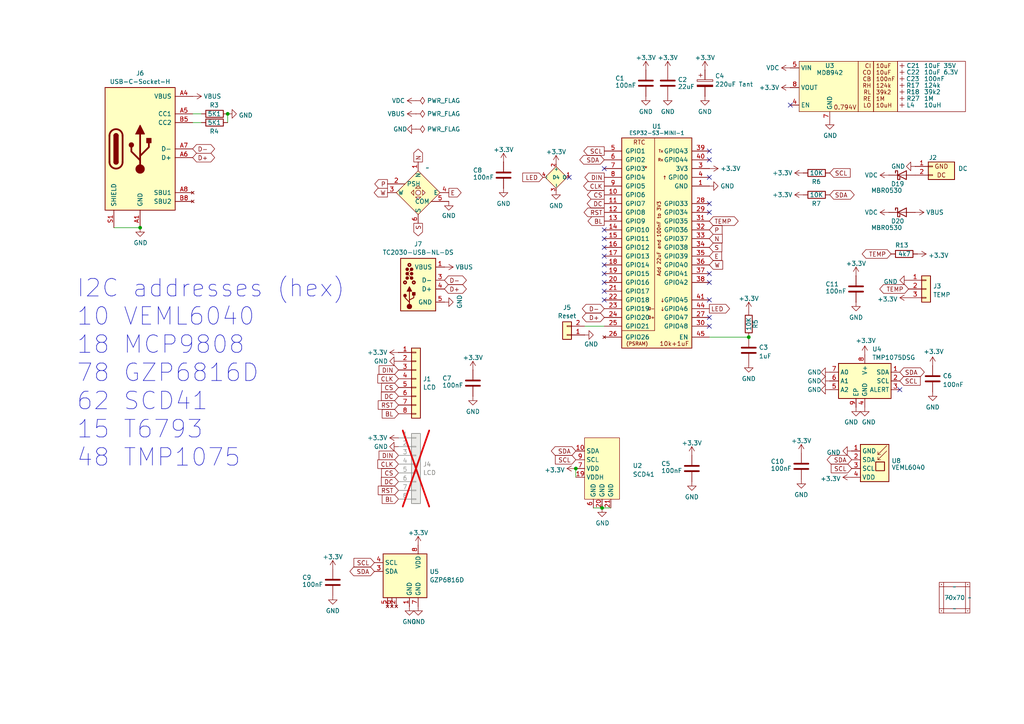
<source format=kicad_sch>
(kicad_sch (version 20250114) (generator "eeschema") (generator_version "9.0")
  (paper "A4")
  (title_block (title "2\" LCD") (company "Adrian Kennard / Andrews & Arnold Ltd") (comment 1 "@TheRealRevK") (comment 2 "www.me.uk"))
  (text "I2C addresses (hex)\n10 VEML6040\n18 MCP9808\n78 GZP6816D\n62 SCD41\n15 T6793\n48 TMP1075\n" (at 22.098 80.772 0) (effects (font (size 5.08 5.08)) (justify left top)))
  (junction (at 167.005 135.89))
  (junction (at 40.64 66.04))
  (junction (at 174.625 147.32))
  (junction (at 66.04 33.02))
  (junction (at 217.17 97.79))
  (no_connect (at 205.74 94.615))
  (no_connect (at 205.74 86.995))
  (no_connect (at 175.26 81.915))
  (no_connect (at 175.26 79.375))
  (no_connect (at 175.26 71.755))
  (no_connect (at 175.26 86.995))
  (no_connect (at 165.1 51.435))
  (no_connect (at 175.26 69.215))
  (no_connect (at 205.74 43.815))
  (no_connect (at 205.74 46.355))
  (no_connect (at 175.26 76.835))
  (no_connect (at 205.74 51.435))
  (no_connect (at 175.26 48.895))
  (no_connect (at 260.985 113.03))
  (no_connect (at 205.74 81.915))
  (no_connect (at 205.74 59.055))
  (no_connect (at 175.26 66.675))
  (no_connect (at 205.74 79.375))
  (no_connect (at 175.26 84.455))
  (no_connect (at 205.74 92.075))
  (no_connect (at 205.74 61.595))
  (no_connect (at 175.26 74.295))
  (no_connect (at 229.235 30.48))
  (wire (pts (xy 55.88 33.02) (xy 58.42 33.02)))
  (wire (pts (xy 66.04 33.02) (xy 66.04 35.56)))
  (wire (pts (xy 205.74 97.79) (xy 217.17 97.79)))
  (wire (pts (xy 169.545 94.615) (xy 175.26 94.615)))
  (wire (pts (xy 33.02 66.04) (xy 40.64 66.04)))
  (wire (pts (xy 167.005 135.89) (xy 167.005 138.43)))
  (wire (pts (xy 55.88 35.56) (xy 58.42 35.56)))
  (wire (pts (xy 174.625 147.32) (xy 177.165 147.32)))
  (wire (pts (xy 172.085 147.32) (xy 174.625 147.32)))
  (global_label "P" (shape output) (at 112.395 53.34 180) (property "Intersheetrefs" "${INTERSHEET_REFS}" (effects (hide yes))))
  (global_label "TEMP" (shape bidirectional) (at 263.525 83.82 180) (property "Intersheetrefs" "${INTERSHEET_REFS}" (effects (hide yes))))
  (global_label "RST" (shape output) (at 175.26 61.595 180) (property "Intersheetrefs" "${INTERSHEET_REFS}" (effects (hide yes))))
  (global_label "SCL" (shape output) (at 175.26 43.815 180) (property "Intersheetrefs" "${INTERSHEET_REFS}" (effects (hide yes))))
  (global_label "SCL" (shape input) (at 108.585 163.195 180) (property "Intersheetrefs" "${INTERSHEET_REFS}" (effects (hide yes))))
  (global_label "BL" (shape output) (at 175.26 64.135 180) (property "Intersheetrefs" "${INTERSHEET_REFS}" (effects (hide yes))))
  (global_label "BL" (shape input) (at 115.57 120.015 180) (property "Intersheetrefs" "${INTERSHEET_REFS}" (effects (hide yes))))
  (global_label "TEMP" (shape bidirectional) (at 205.74 64.135 0) (property "Intersheetrefs" "${INTERSHEET_REFS}" (effects (hide yes))))
  (global_label "DIN" (shape output) (at 175.26 51.435 180) (property "Intersheetrefs" "${INTERSHEET_REFS}" (effects (hide yes))))
  (global_label "CS" (shape input) (at 115.57 112.395 180) (property "Intersheetrefs" "${INTERSHEET_REFS}" (effects (hide yes))))
  (global_label "LED" (shape output) (at 205.74 89.535 0) (property "Intersheetrefs" "${INTERSHEET_REFS}" (effects (hide yes))))
  (global_label "D-" (shape bidirectional) (at 55.88 43.18 0) (property "Intersheetrefs" "${INTERSHEET_REFS}" (effects (hide yes))))
  (global_label "E" (shape input) (at 205.74 74.295 0) (property "Intersheetrefs" "${INTERSHEET_REFS}" (effects (hide yes))))
  (global_label "E" (shape output) (at 130.175 55.88 0) (property "Intersheetrefs" "${INTERSHEET_REFS}" (effects (hide yes))))
  (global_label "D+" (shape bidirectional) (at 175.26 92.075 180) (property "Intersheetrefs" "${INTERSHEET_REFS}" (effects (hide yes))))
  (global_label "D+" (shape bidirectional) (at 128.905 83.82 0) (property "Intersheetrefs" "${INTERSHEET_REFS}" (effects (hide yes))))
  (global_label "S" (shape input) (at 205.74 71.755 0) (property "Intersheetrefs" "${INTERSHEET_REFS}" (effects (hide yes))))
  (global_label "DC" (shape output) (at 175.26 59.055 180) (property "Intersheetrefs" "${INTERSHEET_REFS}" (effects (hide yes))))
  (global_label "CS" (shape input) (at 115.57 137.16 180) (property "Intersheetrefs" "${INTERSHEET_REFS}" (effects (hide yes))))
  (global_label "SDA" (shape bidirectional) (at 247.015 133.35 180) (property "Intersheetrefs" "${INTERSHEET_REFS}" (effects (hide yes))))
  (global_label "SDA" (shape bidirectional) (at 240.665 56.515 0) (property "Intersheetrefs" "${INTERSHEET_REFS}" (effects (hide yes))))
  (global_label "N" (shape output) (at 121.285 46.99 90) (property "Intersheetrefs" "${INTERSHEET_REFS}" (effects (hide yes))))
  (global_label "LED" (shape input) (at 157.48 51.435 180) (property "Intersheetrefs" "${INTERSHEET_REFS}" (effects (hide yes))))
  (global_label "SCL" (shape input) (at 260.985 110.49 0) (property "Intersheetrefs" "${INTERSHEET_REFS}" (effects (hide yes))))
  (global_label "DIN" (shape input) (at 115.57 107.315 180) (property "Intersheetrefs" "${INTERSHEET_REFS}" (effects (hide yes))))
  (global_label "P" (shape input) (at 205.74 66.675 0) (property "Intersheetrefs" "${INTERSHEET_REFS}" (effects (hide yes))))
  (global_label "W" (shape output) (at 112.395 55.88 180) (property "Intersheetrefs" "${INTERSHEET_REFS}" (effects (hide yes))))
  (global_label "SDA" (shape bidirectional) (at 260.985 107.95 0) (property "Intersheetrefs" "${INTERSHEET_REFS}" (effects (hide yes))))
  (global_label "SCL" (shape input) (at 240.665 50.165 0) (property "Intersheetrefs" "${INTERSHEET_REFS}" (effects (hide yes))))
  (global_label "DC" (shape input) (at 115.57 114.935 180) (property "Intersheetrefs" "${INTERSHEET_REFS}" (effects (hide yes))))
  (global_label "S" (shape output) (at 121.285 64.77 270) (property "Intersheetrefs" "${INTERSHEET_REFS}" (effects (hide yes))))
  (global_label "RST" (shape input) (at 115.57 142.24 180) (property "Intersheetrefs" "${INTERSHEET_REFS}" (effects (hide yes))))
  (global_label "SCL" (shape input) (at 167.005 133.35 180) (property "Intersheetrefs" "${INTERSHEET_REFS}" (effects (hide yes))))
  (global_label "SCL" (shape input) (at 247.015 135.89 180) (property "Intersheetrefs" "${INTERSHEET_REFS}" (effects (hide yes))))
  (global_label "CLK" (shape input) (at 115.57 134.62 180) (property "Intersheetrefs" "${INTERSHEET_REFS}" (effects (hide yes))))
  (global_label "W" (shape input) (at 205.74 76.835 0) (property "Intersheetrefs" "${INTERSHEET_REFS}" (effects (hide yes))))
  (global_label "RST" (shape input) (at 115.57 117.475 180) (property "Intersheetrefs" "${INTERSHEET_REFS}" (effects (hide yes))))
  (global_label "DC" (shape input) (at 115.57 139.7 180) (property "Intersheetrefs" "${INTERSHEET_REFS}" (effects (hide yes))))
  (global_label "SDA" (shape bidirectional) (at 108.585 165.735 180) (property "Intersheetrefs" "${INTERSHEET_REFS}" (effects (hide yes))))
  (global_label "N" (shape input) (at 205.74 69.215 0) (property "Intersheetrefs" "${INTERSHEET_REFS}" (effects (hide yes))))
  (global_label "D-" (shape bidirectional) (at 128.905 81.28 0) (property "Intersheetrefs" "${INTERSHEET_REFS}" (effects (hide yes))))
  (global_label "D-" (shape bidirectional) (at 175.26 89.535 180) (property "Intersheetrefs" "${INTERSHEET_REFS}" (effects (hide yes))))
  (global_label "TEMP" (shape bidirectional) (at 258.445 73.66 180) (property "Intersheetrefs" "${INTERSHEET_REFS}" (effects (hide yes))))
  (global_label "CS" (shape output) (at 175.26 56.515 180) (property "Intersheetrefs" "${INTERSHEET_REFS}" (effects (hide yes))))
  (global_label "BL" (shape input) (at 115.57 144.78 180) (property "Intersheetrefs" "${INTERSHEET_REFS}" (effects (hide yes))))
  (global_label "SDA" (shape bidirectional) (at 175.26 46.355 180) (property "Intersheetrefs" "${INTERSHEET_REFS}" (effects (hide yes))))
  (global_label "DIN" (shape input) (at 115.57 132.08 180) (property "Intersheetrefs" "${INTERSHEET_REFS}" (effects (hide yes))))
  (global_label "CLK" (shape output) (at 175.26 53.975 180) (property "Intersheetrefs" "${INTERSHEET_REFS}" (effects (hide yes))))
  (global_label "SDA" (shape bidirectional) (at 167.005 130.81 180) (property "Intersheetrefs" "${INTERSHEET_REFS}" (effects (hide yes))))
  (global_label "D+" (shape bidirectional) (at 55.88 45.72 0) (property "Intersheetrefs" "${INTERSHEET_REFS}" (effects (hide yes))))
  (global_label "CLK" (shape input) (at 115.57 109.855 180) (property "Intersheetrefs" "${INTERSHEET_REFS}" (effects (hide yes))))
  (symbol (lib_id "power:GND") (at 40.64 66.04 0) (unit 1)
    (property "Reference" "#PWR03" (effects (hide yes)))
    (property "Value" "GND" (at 40.767 70.4342 0))
    (property "Description" "Power symbol creates a global label with name \"GND\" , ground" (effects (hide yes)))
  )
  (symbol (lib_id "power:GND") (at 174.625 147.32 0) (unit 1)
    (property "Reference" "#PWR07" (effects (hide yes)))
    (property "Value" "GND" (at 174.752 151.7142 0))
    (property "Description" "Power symbol creates a global label with name \"GND\" , ground" (effects (hide yes)))
  )
  (symbol (lib_id "Device:R") (at 62.23 35.56 90) (unit 1)
    (property "Reference" "R4" (at 63.5 38.1 90) (effects (justify left)))
    (property "Value" "5K1" (at 64.135 35.56 90) (effects (justify left)))
    (property "Footprint" "RevK:R_0402" (effects (hide yes)))
    (property "Description" "Resistor" (effects (hide yes)))
  )
  (symbol (lib_id "Device:R") (at 62.23 33.02 90) (unit 1)
    (property "Reference" "R3" (at 63.5 30.48 90) (effects (justify left)))
    (property "Value" "5K1" (at 64.135 33.02 90) (effects (justify left)))
    (property "Footprint" "RevK:R_0402" (effects (hide yes)))
    (property "Description" "Resistor" (effects (hide yes)))
  )
  (symbol (lib_id "power:+3.3V") (at 161.29 47.625 0) (unit 1)
    (property "Reference" "#PWR018" (effects (hide yes)))
    (property "Value" "+3.3V" (at 161.29 44.0492 0))
    (property "Description" "Power symbol creates a global label with name \"+3.3V\"" (effects (hide yes)))
  )
  (symbol (lib_id "power:+3.3V") (at 204.47 20.32 0) (unit 1)
    (property "Reference" "#PWR025" (effects (hide yes)))
    (property "Value" "+3.3V" (at 204.47 16.7442 0))
    (property "Description" "Power symbol creates a global label with name \"+3.3V\"" (effects (hide yes)))
  )
  (symbol (lib_id "RevK:MD89420-RegBlock") (at 240.665 25.4 0) (unit 1)
    (property "Reference" "U3" (at 240.665 19.05 0))
    (property "Value" "MD8942" (at 240.665 21.098 0))
    (property "Footprint" "RevK:SOT-23-6-MD8942" (effects (hide yes)))
    (property "Datasheet" "https://datasheet.lcsc.com/lcsc/2101111937_Shanghai-Mingda-Microelectronics-MD8942_C2684786.pdf" (effects (hide yes)))
    (property "Description" "Regulator and associated components." (effects (hide yes)))
    (property "MPN" "C2684786" (effects (hide yes)))
  )
  (symbol (lib_id "Device:C") (at 193.675 24.13 0) (unit 1)
    (property "Reference" "C2" (at 196.596 23.106 0) (effects (justify left)))
    (property "Value" "22uF" (at 196.596 25.154 0) (effects (justify left)))
    (property "Footprint" "RevK:C_0402" (effects (hide yes)))
    (property "Description" "Unpolarized capacitor" (effects (hide yes)))
  )
  (symbol (lib_id "RevK:PowerIn") (at 270.51 48.26 0) (unit 1)
    (property "Reference" "J2" (at 271.78 45.72 0) (effects (justify right)))
    (property "Value" "DC" (at 280.67 48.895 0) (effects (justify right)))
    (property "Footprint" "RevK:WAGO-2060-452-998-404" (effects (hide yes)))
    (property "MPN" "C2765055" (effects (hide yes)))
  )
  (symbol (lib_id "power:+3.3V") (at 247.015 138.43 90) (unit 1)
    (property "Reference" "#PWR0104" (effects (hide yes)))
    (property "Value" "+3.3V" (at 243.84 138.8638 90) (effects (justify left)))
    (property "Description" "Power symbol creates a global label with name \"+3.3V\"" (effects (hide yes)))
  )
  (symbol (lib_id "RevK:VCUT") (at 273.685 173.355 90) (unit 1) (exclude_from_sim yes) (in_bom no)
    (property "Reference" "V3" (effects (hide yes)))
    (property "Value" "~" (at 274.32 173.355 90) (effects (justify right)))
    (property "Footprint" "RevK:VCUT70" (effects (hide yes)))
  )
  (symbol (lib_id "power:+3.3V") (at 233.045 56.515 90) (unit 1)
    (property "Reference" "#PWR037" (effects (hide yes)))
    (property "Value" "+3.3V" (at 229.87 56.515 90) (effects (justify left)))
    (property "Description" "Power symbol creates a global label with name \"+3.3V\"" (effects (hide yes)))
  )
  (symbol (lib_id "power:GND") (at 248.285 118.11 0) (unit 1)
    (property "Reference" "#PWR0119" (effects (hide yes)))
    (property "Value" "GND" (at 246.888 122.428 0))
    (property "Description" "Power symbol creates a global label with name \"GND\" , ground" (effects (hide yes)))
  )
  (symbol (lib_id "RevK:Hidden") (at 261.62 22.86 90) (unit 1)
    (property "Reference" "C23" (at 266.7 22.86 90) (effects (justify left)))
    (property "Value" "100nF" (at 267.97 22.86 90) (effects (justify right)))
    (property "Footprint" "RevK:C_0603_" (effects (hide yes)))
  )
  (symbol (lib_id "power:PWR_FLAG") (at 120.65 37.465 270) (unit 1)
    (property "Reference" "#FLG02" (effects (hide yes)))
    (property "Value" "PWR_FLAG" (at 123.825 37.465 90) (effects (justify left)))
    (property "Description" "Special symbol for telling ERC where power comes from" (effects (hide yes)))
  )
  (symbol (lib_id "Diode:1N5819") (at 261.62 50.8 0) (unit 1)
    (property "Reference" "D19" (at 260.35 53.34 0))
    (property "Value" "MBR0530" (at 257.175 55.245 0))
    (property "Footprint" "RevK:D_SOD-123" (effects (hide yes)))
    (property "MPN" "C5204746" (effects (hide yes)))
  )
  (symbol (lib_id "power:VDC") (at 257.81 50.8 90) (unit 1)
    (property "Reference" "#PWR04" (effects (hide yes)))
    (property "Value" "VDC" (at 254.635 50.8 90) (effects (justify left)))
    (property "Description" "Power symbol creates a global label with name \"VDC\"" (effects (hide yes)))
  )
  (symbol (lib_id "power:GND") (at 263.525 81.28 270) (unit 1)
    (property "Reference" "#PWR022" (effects (hide yes)))
    (property "Value" "GND" (at 260.3501 81.7138 90) (effects (justify right)))
    (property "Description" "Power symbol creates a global label with name \"GND\" , ground" (effects (hide yes)))
  )
  (symbol (lib_id "power:VDC") (at 120.65 29.21 90) (unit 1)
    (property "Reference" "#PWR041" (effects (hide yes)))
    (property "Value" "VDC" (at 117.475 29.21 90) (effects (justify left)))
    (property "Description" "Power symbol creates a global label with name \"VDC\"" (effects (hide yes)))
  )
  (symbol (lib_id "power:GND") (at 240.665 34.925 0) (unit 1)
    (property "Reference" "#PWR028" (effects (hide yes)))
    (property "Value" "GND" (at 240.792 39.3192 0))
    (property "Description" "Power symbol creates a global label with name \"GND\" , ground" (effects (hide yes)))
  )
  (symbol (lib_id "Sensor_Temperature:TMP1075DSG") (at 250.825 110.49 0) (unit 1)
    (property "Reference" "U4" (at 252.9683 101.2655 0) (effects (justify left)))
    (property "Value" "TMP1075DSG" (at 252.9683 103.6898 0) (effects (justify left)))
    (property "Footprint" "Package_SON:WSON-8-1EP_2x2mm_P0.5mm_EP0.9x1.6mm_ThermalVias" (effects (hide yes)))
    (property "Datasheet" "https://www.ti.com/lit/gpn/tmp1075" (effects (hide yes)))
    (property "Description" "I2C-bus digital temperature sensor and thermal watchdog, WSON-8" (effects (hide yes)))
    (property "MPN" "C2870250" (effects (hide yes)))
  )
  (symbol (lib_id "power:+3.3V") (at 233.045 50.165 90) (unit 1)
    (property "Reference" "#PWR036" (effects (hide yes)))
    (property "Value" "+3.3V" (at 229.87 50.165 90) (effects (justify left)))
    (property "Description" "Power symbol creates a global label with name \"+3.3V\"" (effects (hide yes)))
  )
  (symbol (lib_id "power:GND") (at 240.665 110.49 270) (unit 1)
    (property "Reference" "#PWR0115" (effects (hide yes)))
    (property "Value" "GND" (at 236.2216 110.49 90))
    (property "Description" "Power symbol creates a global label with name \"GND\" , ground" (effects (hide yes)))
  )
  (symbol (lib_id "RevK:WS2812B-1mm") (at 161.29 51.435 0) (mirror x) (unit 1)
    (property "Reference" "D4" (at 161.29 51.435 0) (effects (font (size 1 1))))
    (property "Value" "XL-1010RGBC-WS2812B" (effects (hide yes)))
    (property "Footprint" "RevK:SMD1010" (effects (hide yes)))
    (property "Datasheet" "https://datasheet.lcsc.com/lcsc/2301111010_XINGLIGHT-XL-1010RGBC-WS2812B_C5349953.pdf" (effects (hide yes)))
    (property "Description" "RGB LED with integrated controller" (effects (hide yes)))
    (property "MPN" "C5349953" (effects (hide yes)))
  )
  (symbol (lib_id "power:+3.3V") (at 167.005 135.89 90) (unit 1)
    (property "Reference" "#PWR05" (effects (hide yes)))
    (property "Value" "+3.3V" (at 163.83 136.3238 90) (effects (justify left)))
    (property "Description" "Power symbol creates a global label with name \"+3.3V\"" (effects (hide yes)))
  )
  (symbol (lib_id "power:+3.3V") (at 137.16 107.315 0) (unit 1)
    (property "Reference" "#PWR044" (effects (hide yes)))
    (property "Value" "+3.3V" (at 137.16 103.7392 0))
    (property "Description" "Power symbol creates a global label with name \"+3.3V\"" (effects (hide yes)))
  )
  (symbol (lib_id "Connector_Generic:Conn_01x03") (at 268.605 83.82 0) (unit 1)
    (property "Reference" "J3" (at 270.637 82.9853 0) (effects (justify left)))
    (property "Value" "TEMP" (at 270.637 85.5222 0) (effects (justify left)))
    (property "Footprint" "RevK:WAGO-2060-453-998-404" (effects (hide yes)))
    (property "Description" "Generic connector, single row, 01x03, script generated (kicad-library-utils/schlib/autogen/connector/)" (effects (hide yes)))
    (property "MPN" "C2765056" (effects (hide yes)))
  )
  (symbol (lib_id "power:GND") (at 115.57 129.54 270) (unit 1)
    (property "Reference" "#PWR011" (effects (hide yes)))
    (property "Value" "GND" (at 110.49 129.54 90))
    (property "Description" "Power symbol creates a global label with name \"GND\" , ground" (effects (hide yes)))
  )
  (symbol (lib_id "power:+3.3V") (at 270.51 106.045 0) (unit 1)
    (property "Reference" "#PWR0117" (effects (hide yes)))
    (property "Value" "+3.3V" (at 267.843 101.981 0) (effects (justify left)))
    (property "Description" "Power symbol creates a global label with name \"+3.3V\"" (effects (hide yes)))
  )
  (symbol (lib_id "RevK:VCUT") (at 276.86 176.53 0) (unit 1) (exclude_from_sim yes) (in_bom no)
    (property "Reference" "V2" (effects (hide yes)))
    (property "Value" "~" (at 276.86 176.53 0))
    (property "Footprint" "RevK:VCUT70" (effects (hide yes)))
  )
  (symbol (lib_id "power:GND") (at 115.57 104.775 270) (unit 1)
    (property "Reference" "#PWR030" (effects (hide yes)))
    (property "Value" "GND" (at 110.49 104.775 90))
    (property "Description" "Power symbol creates a global label with name \"GND\" , ground" (effects (hide yes)))
  )
  (symbol (lib_id "Device:R") (at 262.255 73.66 90) (unit 1)
    (property "Reference" "R13" (at 263.525 71.12 90) (effects (justify left)))
    (property "Value" "4k7" (at 264.16 73.66 90) (effects (justify left)))
    (property "Footprint" "RevK:R_0402" (effects (hide yes)))
    (property "Description" "Resistor" (effects (hide yes)))
  )
  (symbol (lib_id "Device:C") (at 96.52 168.91 0) (unit 1)
    (property "Reference" "C9" (at 87.63 167.497 0) (effects (justify left)))
    (property "Value" "100nF" (at 87.63 169.545 0) (effects (justify left)))
    (property "Footprint" "RevK:C_0402" (effects (hide yes)))
    (property "Description" "Unpolarized capacitor" (effects (hide yes)))
  )
  (symbol (lib_id "Device:C") (at 217.17 101.6 0) (unit 1)
    (property "Reference" "C3" (at 220.091 100.7653 0) (effects (justify left)))
    (property "Value" "1uF" (at 220.091 103.3022 0) (effects (justify left)))
    (property "Footprint" "RevK:C_0402" (effects (hide yes)))
    (property "Description" "Unpolarized capacitor" (effects (hide yes)))
  )
  (symbol (lib_id "Device:C") (at 232.41 135.255 0) (unit 1)
    (property "Reference" "C10" (at 223.52 133.842 0) (effects (justify left)))
    (property "Value" "100nF" (at 223.52 135.89 0) (effects (justify left)))
    (property "Footprint" "RevK:C_0402" (effects (hide yes)))
    (property "Description" "Unpolarized capacitor" (effects (hide yes)))
  )
  (symbol (lib_id "power:GND") (at 205.74 53.975 90) (unit 1)
    (property "Reference" "#PWR015" (effects (hide yes)))
    (property "Value" "GND" (at 208.915 53.975 90) (effects (justify right)))
    (property "Description" "Power symbol creates a global label with name \"GND\" , ground" (effects (hide yes)))
  )
  (symbol (lib_id "power:GND") (at 169.545 97.155 90) (unit 1)
    (property "Reference" "#PWR020" (effects (hide yes)))
    (property "Value" "GND" (at 169.418 99.822 90) (effects (justify right)))
    (property "Description" "Power symbol creates a global label with name \"GND\" , ground" (effects (hide yes)))
  )
  (symbol (lib_id "power:VBUS") (at 120.65 33.02 90) (unit 1)
    (property "Reference" "#PWR040" (effects (hide yes)))
    (property "Value" "VBUS" (at 117.475 33.02 90) (effects (justify left)))
    (property "Description" "Power symbol creates a global label with name \"VBUS\"" (effects (hide yes)))
  )
  (symbol (lib_id "power:+3.3V") (at 263.525 86.36 90) (unit 1)
    (property "Reference" "#PWR023" (effects (hide yes)))
    (property "Value" "+3.3V" (at 260.35 86.7938 90) (effects (justify left)))
    (property "Description" "Power symbol creates a global label with name \"+3.3V\"" (effects (hide yes)))
  )
  (symbol (lib_id "power:GND") (at 247.015 130.81 270) (unit 1)
    (property "Reference" "#PWR0105" (effects (hide yes)))
    (property "Value" "GND" (at 243.8401 131.2438 90) (effects (justify right)))
    (property "Description" "Power symbol creates a global label with name \"GND\" , ground" (effects (hide yes)))
  )
  (symbol (lib_id "power:+3.3V") (at 115.57 102.235 90) (unit 1)
    (property "Reference" "#PWR029" (effects (hide yes)))
    (property "Value" "+3.3V" (at 112.395 102.235 90) (effects (justify left)))
    (property "Description" "Power symbol creates a global label with name \"+3.3V\"" (effects (hide yes)))
  )
  (symbol (lib_id "Device:R") (at 236.855 50.165 90) (unit 1)
    (property "Reference" "R6" (at 238.125 52.705 90) (effects (justify left)))
    (property "Value" "10K" (at 238.76 50.165 90) (effects (justify left)))
    (property "Footprint" "RevK:R_0402" (effects (hide yes)))
    (property "Description" "Resistor" (effects (hide yes)))
  )
  (symbol (lib_id "power:GND") (at 161.29 55.245 0) (unit 1)
    (property "Reference" "#PWR019" (effects (hide yes)))
    (property "Value" "GND" (at 161.29 59.6884 0))
    (property "Description" "Power symbol creates a global label with name \"GND\" , ground" (effects (hide yes)))
  )
  (symbol (lib_id "power:GND") (at 66.04 33.02 90) (unit 1)
    (property "Reference" "#PWR06" (effects (hide yes)))
    (property "Value" "GND" (at 69.215 33.4538 90) (effects (justify right)))
    (property "Description" "Power symbol creates a global label with name \"GND\" , ground" (effects (hide yes)))
  )
  (symbol (lib_id "Device:C") (at 187.325 24.13 0) (unit 1)
    (property "Reference" "C1" (at 178.435 22.717 0) (effects (justify left)))
    (property "Value" "100nF" (at 178.435 24.765 0) (effects (justify left)))
    (property "Footprint" "RevK:C_0402" (effects (hide yes)))
    (property "Description" "Unpolarized capacitor" (effects (hide yes)))
  )
  (symbol (lib_id "RevK:Hidden") (at 261.62 19.05 0) (unit 1)
    (property "Reference" "C21" (at 262.89 19.05 0) (effects (justify left)))
    (property "Value" "10uF 35V" (at 267.97 19.05 0) (effects (justify left)))
    (property "Footprint" "RevK:C_0603_" (effects (hide yes)))
    (property "MPN" "C194427" (effects (hide yes)))
  )
  (symbol (lib_id "Diode:1N5819") (at 261.62 61.595 0) (unit 1)
    (property "Reference" "D20" (at 260.35 64.135 0))
    (property "Value" "MBR0530" (at 257.175 66.04 0))
    (property "Footprint" "RevK:D_SOD-123" (effects (hide yes)))
    (property "MPN" "C5204746" (effects (hide yes)))
  )
  (symbol (lib_id "RevK:SCD41") (at 174.625 135.89 0) (unit 1)
    (property "Reference" "U2" (at 183.515 135.0553 0) (effects (justify left)))
    (property "Value" "SCD41" (at 183.515 137.5922 0) (effects (justify left)))
    (property "Footprint" "RevK:SCD41" (effects (hide yes)))
    (property "Datasheet" "https://www.mouser.co.uk/datasheet/2/682/Sensirion_CO2_Sensors_SCD4x_Datasheet-2321195.pdf" (effects (hide yes)))
    (property "Description" "CO2 sensor" (effects (hide yes)))
    (property "MPN" "C3659294" (effects (hide yes)))
  )
  (symbol (lib_id "power:GND") (at 146.05 54.61 0) (unit 1)
    (property "Reference" "#PWR047" (effects (hide yes)))
    (property "Value" "GND" (at 146.05 59.0534 0))
    (property "Description" "Power symbol creates a global label with name \"GND\" , ground" (effects (hide yes)))
  )
  (symbol (lib_id "power:GND") (at 232.41 139.065 0) (unit 1)
    (property "Reference" "#PWR054" (effects (hide yes)))
    (property "Value" "GND" (at 232.41 143.5084 0))
    (property "Description" "Power symbol creates a global label with name \"GND\" , ground" (effects (hide yes)))
  )
  (symbol (lib_id "power:GND") (at 193.675 27.94 0) (unit 1)
    (property "Reference" "#PWR013" (effects (hide yes)))
    (property "Value" "GND" (at 193.675 32.3834 0))
    (property "Description" "Power symbol creates a global label with name \"GND\" , ground" (effects (hide yes)))
  )
  (symbol (lib_id "RevK:GZP6816D") (at 118.745 168.275 0) (unit 1)
    (property "Reference" "U5" (at 124.587 165.7928 0) (effects (justify left)))
    (property "Value" "GZP6816D" (at 124.587 168.2171 0) (effects (justify left)))
    (property "Footprint" "Package_LGA:Bosch_LGA-8_2x2.5mm_P0.65mm_ClockwisePinNumbering" (effects (hide yes)))
    (property "Datasheet" "https://ae-bst.resource.bosch.com/media/_tech/media/datasheets/BST-BMP280-DS001.pdf" (effects (hide yes)))
    (property "Description" "Absolute Barometric Pressure Sensor, LGA-8" (effects (hide yes)))
    (property "MPN" "C3038127" (effects (hide yes)))
    (property "Rotation Offset" "-90" (effects (hide yes)))
  )
  (symbol (lib_id "power:GND") (at 265.43 48.26 270) (unit 1)
    (property "Reference" "#PWR0107" (effects (hide yes)))
    (property "Value" "GND" (at 258.445 48.26 90) (effects (justify left)))
    (property "Description" "Power symbol creates a global label with name \"GND\" , ground" (effects (hide yes)))
  )
  (symbol (lib_id "power:+3.3V") (at 266.065 73.66 270) (unit 1)
    (property "Reference" "#PWR024" (effects (hide yes)))
    (property "Value" "+3.3V" (at 269.24 74.0938 90) (effects (justify left)))
    (property "Description" "Power symbol creates a global label with name \"+3.3V\"" (effects (hide yes)))
  )
  (symbol (lib_id "power:GND") (at 128.905 87.63 90) (unit 1)
    (property "Reference" "#PWR010" (effects (hide yes)))
    (property "Value" "GND" (at 133.2992 87.503 0))
    (property "Description" "Power symbol creates a global label with name \"GND\" , ground" (effects (hide yes)))
  )
  (symbol (lib_id "power:+3.3V") (at 200.66 132.08 0) (unit 1)
    (property "Reference" "#PWR042" (effects (hide yes)))
    (property "Value" "+3.3V" (at 200.66 128.5042 0))
    (property "Description" "Power symbol creates a global label with name \"+3.3V\"" (effects (hide yes)))
  )
  (symbol (lib_id "power:+3.3V") (at 229.235 25.4 90) (unit 1)
    (property "Reference" "#PWR027" (effects (hide yes)))
    (property "Value" "+3.3V" (at 226.06 25.4 90) (effects (justify left)))
    (property "Description" "Power symbol creates a global label with name \"+3.3V\"" (effects (hide yes)))
  )
  (symbol (lib_id "Connector_Generic:Conn_01x08") (at 120.65 134.62 0) (unit 1) (in_bom no) (dnp yes)
    (property "Reference" "J4" (at 122.682 134.6778 0) (effects (justify left)))
    (property "Value" "LCD" (at 122.682 137.1021 0) (effects (justify left)))
    (property "Footprint" "RevK:PinHeader_1x08_P2.54mm_Vertical" (effects (hide yes)))
    (property "Description" "Generic connector, single row, 01x08, script generated (kicad-library-utils/schlib/autogen/connector/)" (effects (hide yes)))
    (property "MPN" "C42380985" (effects (hide yes)))
  )
  (symbol (lib_id "Device:C") (at 270.51 109.855 0) (unit 1)
    (property "Reference" "C6" (at 273.431 109.0203 0) (effects (justify left)))
    (property "Value" "100nF" (at 273.431 111.5572 0) (effects (justify left)))
    (property "Footprint" "RevK:C_0402" (effects (hide yes)))
    (property "Description" "Unpolarized capacitor" (effects (hide yes)))
  )
  (symbol (lib_name "TC2030-USB-NL_1") (lib_id "RevK:TC2030-USB-NL") (at 121.285 82.55 0) (unit 1) (in_bom no)
    (property "Reference" "J7" (at 121.285 70.7855 0))
    (property "Value" "TC2030-USB-NL-DS" (at 121.285 73.2098 0))
    (property "Footprint" "RevK:Tag-Connect_TC2030-IDC-NL_2x03_P1.27mm_Vertical" (effects (hide yes)))
    (property "Description" "TC2030-USB-NL" (effects (hide yes)))
  )
  (symbol (lib_id "RevK:VCUT") (at 280.035 173.355 270) (unit 1) (exclude_from_sim yes) (in_bom no)
    (property "Reference" "V4" (effects (hide yes)))
    (property "Value" "~" (at 280.67 173.355 90) (effects (justify left)))
    (property "Footprint" "RevK:VCUT70" (effects (hide yes)))
  )
  (symbol (lib_id "power:+3.3V") (at 248.285 80.01 0) (unit 1)
    (property "Reference" "#PWR055" (effects (hide yes)))
    (property "Value" "+3.3V" (at 248.285 76.4342 0))
    (property "Description" "Power symbol creates a global label with name \"+3.3V\"" (effects (hide yes)))
  )
  (symbol (lib_id "power:+3.3V") (at 115.57 127 90) (unit 1)
    (property "Reference" "#PWR026" (effects (hide yes)))
    (property "Value" "+3.3V" (at 112.395 127 90) (effects (justify left)))
    (property "Description" "Power symbol creates a global label with name \"+3.3V\"" (effects (hide yes)))
  )
  (symbol (lib_id "power:GND") (at 240.665 113.03 270) (unit 1)
    (property "Reference" "#PWR0116" (effects (hide yes)))
    (property "Value" "GND" (at 236.2216 113.03 90))
    (property "Description" "Power symbol creates a global label with name \"GND\" , ground" (effects (hide yes)))
  )
  (symbol (lib_id "power:GND") (at 248.285 87.63 0) (unit 1)
    (property "Reference" "#PWR056" (effects (hide yes)))
    (property "Value" "GND" (at 248.285 92.0734 0))
    (property "Description" "Power symbol creates a global label with name \"GND\" , ground" (effects (hide yes)))
  )
  (symbol (lib_id "power:+3.3V") (at 146.05 46.99 0) (unit 1)
    (property "Reference" "#PWR046" (effects (hide yes)))
    (property "Value" "+3.3V" (at 146.05 43.4142 0))
    (property "Description" "Power symbol creates a global label with name \"+3.3V\"" (effects (hide yes)))
  )
  (symbol (lib_id "power:VBUS") (at 55.88 27.94 270) (unit 1)
    (property "Reference" "#PWR039" (effects (hide yes)))
    (property "Value" "VBUS" (at 59.055 27.94 90) (effects (justify left)))
    (property "Description" "Power symbol creates a global label with name \"VBUS\"" (effects (hide yes)))
  )
  (symbol (lib_id "RevK:PCB") (at 276.86 173.355 0) (unit 1) (in_bom no)
    (property "Reference" "PCB1" (effects (hide yes)))
    (property "Value" "70x70" (at 276.86 173.355 0))
    (property "Footprint" "RevK:PCB7070" (effects (hide yes)))
  )
  (symbol (lib_id "Device:C_Polarized") (at 204.47 24.13 0) (unit 1)
    (property "Reference" "C4" (at 207.391 22.0288 0) (effects (justify left)))
    (property "Value" "220uF Tant" (at 207.391 24.4531 0) (effects (justify left)))
    (property "Footprint" "RevK:CP_EIA-3528-21_Kemet-B" (effects (hide yes)))
    (property "Description" "Polarized capacitor" (effects (hide yes)))
    (property "MPN" "C122649" (effects (hide yes)))
  )
  (symbol (lib_id "RevK:Hidden") (at 261.62 28.575 0) (unit 1)
    (property "Reference" "R27" (at 262.89 28.575 0) (effects (justify left)))
    (property "Value" "1M" (at 267.97 28.575 0) (effects (justify left)))
    (property "Footprint" "RevK:R_0402_" (effects (hide yes)))
  )
  (symbol (lib_id "Device:C") (at 200.66 135.89 0) (unit 1)
    (property "Reference" "C5" (at 191.77 134.477 0) (effects (justify left)))
    (property "Value" "100nF" (at 191.77 136.525 0) (effects (justify left)))
    (property "Footprint" "RevK:C_0402" (effects (hide yes)))
    (property "Description" "Unpolarized capacitor" (effects (hide yes)))
  )
  (symbol (lib_id "power:GND") (at 121.285 175.895 0) (unit 1)
    (property "Reference" "#PWR052" (effects (hide yes)))
    (property "Value" "GND" (at 121.285 180.3384 0))
    (property "Description" "Power symbol creates a global label with name \"GND\" , ground" (effects (hide yes)))
  )
  (symbol (lib_id "RevK:Hidden") (at 261.62 20.955 0) (unit 1)
    (property "Reference" "C22" (at 262.89 20.955 0) (effects (justify left)))
    (property "Value" "10uF 6.3V" (at 267.97 20.955 0) (effects (justify left)))
    (property "Footprint" "RevK:C_0603_" (effects (hide yes)))
    (property "MPN" "C1691" (effects (hide yes)))
  )
  (symbol (lib_id "RevK:Hidden") (at 261.62 24.765 0) (unit 1)
    (property "Reference" "R17" (at 264.795 24.765 0))
    (property "Value" "124k" (at 267.97 24.765 0) (effects (justify left)))
    (property "Footprint" "RevK:R_0402_" (effects (hide yes)))
  )
  (symbol (lib_id "power:GND") (at 118.745 175.895 0) (unit 1)
    (property "Reference" "#PWR051" (effects (hide yes)))
    (property "Value" "GND" (at 118.745 180.3384 0))
    (property "Description" "Power symbol creates a global label with name \"GND\" , ground" (effects (hide yes)))
  )
  (symbol (lib_id "power:GND") (at 130.175 58.42 0) (unit 1)
    (property "Reference" "#PWR059" (effects (hide yes)))
    (property "Value" "GND" (at 130.175 62.5531 0))
    (property "Description" "Power symbol creates a global label with name \"GND\" , ground" (effects (hide yes)))
  )
  (symbol (lib_id "RevK:Switch-Nav5") (at 121.285 55.88 0) (unit 1)
    (property "Reference" "SW1" (effects (hide yes)))
    (property "Value" "~" (at 123.4283 48.6798 0) (effects (justify left)))
    (property "Footprint" "RevK:Switch-Nav5" (effects (hide yes)))
    (property "MPN" "C145900" (effects (hide yes)))
  )
  (symbol (lib_id "RevK:USB-C-Socket-H") (at 40.64 43.18 0) (unit 1)
    (property "Reference" "J6" (at 40.64 21.2555 0))
    (property "Value" "USB-C-Socket-H" (at 40.64 23.6798 0))
    (property "Footprint" "RevK:USB-C-Socket-H" (effects (hide yes)))
    (property "Description" "USB 2.0-only Type-C Receptacle connector" (effects (hide yes)))
    (property "MPN" "C709357" (effects (hide yes)))
  )
  (symbol (lib_id "power:GND") (at 96.52 172.72 0) (unit 1)
    (property "Reference" "#PWR049" (effects (hide yes)))
    (property "Value" "GND" (at 96.52 177.1634 0))
    (property "Description" "Power symbol creates a global label with name \"GND\" , ground" (effects (hide yes)))
  )
  (symbol (lib_id "power:GND") (at 204.47 27.94 0) (unit 1)
    (property "Reference" "#PWR035" (effects (hide yes)))
    (property "Value" "GND" (at 204.47 32.3834 0))
    (property "Description" "Power symbol creates a global label with name \"GND\" , ground" (effects (hide yes)))
  )
  (symbol (lib_id "power:VBUS") (at 128.905 77.47 270) (unit 1)
    (property "Reference" "#PWR038" (effects (hide yes)))
    (property "Value" "VBUS" (at 132.08 77.47 90) (effects (justify left)))
    (property "Description" "Power symbol creates a global label with name \"VBUS\"" (effects (hide yes)))
  )
  (symbol (lib_id "Device:R") (at 217.17 93.98 0) (unit 1)
    (property "Reference" "R5" (at 219.075 93.98 90))
    (property "Value" "10K" (at 217.17 93.98 90))
    (property "Footprint" "RevK:R_0402" (effects (hide yes)))
    (property "Description" "Resistor" (effects (hide yes)))
  )
  (symbol (lib_id "RevK:VEML6040") (at 254 133.985 0) (unit 1)
    (property "Reference" "U8" (at 258.572 133.6588 0) (effects (justify left)))
    (property "Value" "VEML6040" (at 258.572 135.5798 0) (effects (justify left)))
    (property "Footprint" "RevK:VEML6040" (effects (hide yes)))
    (property "Datasheet" "https://datasheet.lcsc.com/lcsc/1811101814_Vishay-Intertech-VEML6040A3OG_C78465.pdf" (effects (hide yes)))
    (property "MPN" "C78465" (effects (hide yes)))
  )
  (symbol (lib_id "power:GND") (at 250.825 118.11 0) (unit 1)
    (property "Reference" "#PWR0112" (effects (hide yes)))
    (property "Value" "GND" (at 251.968 122.428 0))
    (property "Description" "Power symbol creates a global label with name \"GND\" , ground" (effects (hide yes)))
  )
  (symbol (lib_id "RevK:ESP32-S3-MINI-1-N4R2") (at 190.5 70.485 0) (unit 1)
    (property "Reference" "U1" (at 190.5 36.6482 0))
    (property "Value" "ESP32-S3-MINI-1" (at 190.5 38.5846 0) (effects (font (size 1.1 1.1))))
    (property "Footprint" "RevK:ESP32-S3-MINI-1" (effects (hide yes)))
    (property "Datasheet" "https://www.espressif.com/sites/default/files/documentation/esp32-s3-mini-1_mini-1u_datasheet_en.pdf" (effects (hide yes)))
    (property "Description" "ESP32S3" (effects (hide yes)))
    (property "MPN" "C3013941" (effects (hide yes)))
  )
  (symbol (lib_id "power:VBUS") (at 265.43 61.595 270) (unit 1)
    (property "Reference" "#PWR01" (effects (hide yes)))
    (property "Value" "VBUS" (at 268.605 61.595 90) (effects (justify left)))
    (property "Description" "Power symbol creates a global label with name \"VBUS\"" (effects (hide yes)))
  )
  (symbol (lib_id "power:+3.3V") (at 187.325 20.32 0) (unit 1)
    (property "Reference" "#PWR08" (effects (hide yes)))
    (property "Value" "+3.3V" (at 187.325 16.7442 0))
    (property "Description" "Power symbol creates a global label with name \"+3.3V\"" (effects (hide yes)))
  )
  (symbol (lib_id "power:+3.3V") (at 250.825 102.87 0) (unit 1)
    (property "Reference" "#PWR0113" (effects (hide yes)))
    (property "Value" "+3.3V" (at 248.158 98.806 0) (effects (justify left)))
    (property "Description" "Power symbol creates a global label with name \"+3.3V\"" (effects (hide yes)))
  )
  (symbol (lib_id "power:GND") (at 187.325 27.94 0) (unit 1)
    (property "Reference" "#PWR09" (effects (hide yes)))
    (property "Value" "GND" (at 187.325 32.3834 0))
    (property "Description" "Power symbol creates a global label with name \"GND\" , ground" (effects (hide yes)))
  )
  (symbol (lib_id "power:+3.3V") (at 205.74 48.895 270) (unit 1)
    (property "Reference" "#PWR014" (effects (hide yes)))
    (property "Value" "+3.3V" (at 208.915 48.895 90) (effects (justify left)))
    (property "Description" "Power symbol creates a global label with name \"+3.3V\"" (effects (hide yes)))
  )
  (symbol (lib_id "power:VDC") (at 257.81 61.595 90) (unit 1)
    (property "Reference" "#PWR034" (effects (hide yes)))
    (property "Value" "VDC" (at 254.635 61.595 90) (effects (justify left)))
    (property "Description" "Power symbol creates a global label with name \"VDC\"" (effects (hide yes)))
  )
  (symbol (lib_id "Connector_Generic:Conn_01x02") (at 164.465 97.155 180) (unit 1) (in_bom no)
    (property "Reference" "J5" (at 164.465 89.2005 0))
    (property "Value" "Reset" (at 164.465 91.6248 0))
    (property "Footprint" "RevK:AA-Pad" (effects (hide yes)))
    (property "Description" "Generic connector, single row, 01x02, script generated (kicad-library-utils/schlib/autogen/connector/)" (effects (hide yes)))
  )
  (symbol (lib_id "Connector_Generic:Conn_01x08") (at 120.65 109.855 0) (unit 1)
    (property "Reference" "J1" (at 122.682 109.9128 0) (effects (justify left)))
    (property "Value" "LCD" (at 122.682 112.3371 0) (effects (justify left)))
    (property "Footprint" "RevK:LCD2" (effects (hide yes)))
    (property "Description" "Generic connector, single row, 01x08, script generated (kicad-library-utils/schlib/autogen/connector/)" (effects (hide yes)))
    (property "MPN" "C42380985" (effects (hide yes)))
    (property "Rotation Offset" "90" (effects (hide yes)))
  )
  (symbol (lib_id "power:GND") (at 240.665 107.95 270) (unit 1)
    (property "Reference" "#PWR0114" (effects (hide yes)))
    (property "Value" "GND" (at 236.2216 107.95 90))
    (property "Description" "Power symbol creates a global label with name \"GND\" , ground" (effects (hide yes)))
  )
  (symbol (lib_id "power:+3.3V") (at 232.41 131.445 0) (unit 1)
    (property "Reference" "#PWR053" (effects (hide yes)))
    (property "Value" "+3.3V" (at 232.41 127.8692 0))
    (property "Description" "Power symbol creates a global label with name \"+3.3V\"" (effects (hide yes)))
  )
  (symbol (lib_id "power:PWR_FLAG") (at 120.65 29.21 270) (unit 1)
    (property "Reference" "#FLG04" (effects (hide yes)))
    (property "Value" "PWR_FLAG" (at 123.825 29.21 90) (effects (justify left)))
    (property "Description" "Special symbol for telling ERC where power comes from" (effects (hide yes)))
  )
  (symbol (lib_id "Device:C") (at 137.16 111.125 0) (unit 1)
    (property "Reference" "C7" (at 128.27 109.712 0) (effects (justify left)))
    (property "Value" "100nF" (at 128.27 111.76 0) (effects (justify left)))
    (property "Footprint" "RevK:C_0402" (effects (hide yes)))
    (property "Description" "Unpolarized capacitor" (effects (hide yes)))
  )
  (symbol (lib_id "RevK:Hidden") (at 261.62 30.48 90) (unit 1)
    (property "Reference" "L4" (at 262.89 30.48 90) (effects (justify right)))
    (property "Value" "10uH" (at 267.97 30.48 90) (effects (justify right)))
    (property "Footprint" "RevK:L_4x4_" (effects (hide yes)))
    (property "MPN" "C167879" (effects (hide yes)))
  )
  (symbol (lib_id "power:+3.3V") (at 217.17 90.17 0) (unit 1)
    (property "Reference" "#PWR016" (effects (hide yes)))
    (property "Value" "+3.3V" (at 217.17 86.5942 0))
    (property "Description" "Power symbol creates a global label with name \"+3.3V\"" (effects (hide yes)))
  )
  (symbol (lib_id "power:GND") (at 120.65 37.465 270) (unit 1)
    (property "Reference" "#PWR021" (effects (hide yes)))
    (property "Value" "GND" (at 116.078 37.465 90))
    (property "Description" "Power symbol creates a global label with name \"GND\" , ground" (effects (hide yes)))
  )
  (symbol (lib_id "power:+3.3V") (at 121.285 158.115 0) (unit 1)
    (property "Reference" "#PWR050" (effects (hide yes)))
    (property "Value" "+3.3V" (at 121.285 154.5392 0))
    (property "Description" "Power symbol creates a global label with name \"+3.3V\"" (effects (hide yes)))
  )
  (symbol (lib_id "power:+3.3V") (at 193.675 20.32 0) (unit 1)
    (property "Reference" "#PWR012" (effects (hide yes)))
    (property "Value" "+3.3V" (at 193.675 16.7442 0))
    (property "Description" "Power symbol creates a global label with name \"+3.3V\"" (effects (hide yes)))
  )
  (symbol (lib_id "power:+3.3V") (at 96.52 165.1 0) (unit 1)
    (property "Reference" "#PWR048" (effects (hide yes)))
    (property "Value" "+3.3V" (at 96.52 161.5242 0))
    (property "Description" "Power symbol creates a global label with name \"+3.3V\"" (effects (hide yes)))
  )
  (symbol (lib_id "Device:C") (at 248.285 83.82 0) (unit 1)
    (property "Reference" "C11" (at 239.395 82.407 0) (effects (justify left)))
    (property "Value" "100nF" (at 239.395 84.455 0) (effects (justify left)))
    (property "Footprint" "RevK:C_0402" (effects (hide yes)))
    (property "Description" "Unpolarized capacitor" (effects (hide yes)))
  )
  (symbol (lib_id "power:GND") (at 270.51 113.665 0) (unit 1)
    (property "Reference" "#PWR0118" (effects (hide yes)))
    (property "Value" "GND" (at 270.51 118.1084 0))
    (property "Description" "Power symbol creates a global label with name \"GND\" , ground" (effects (hide yes)))
  )
  (symbol (lib_id "RevK:Hidden") (at 261.62 26.67 270) (unit 1)
    (property "Reference" "R18" (at 264.795 26.67 90))
    (property "Value" "39k2" (at 267.97 26.67 90) (effects (justify left)))
    (property "Footprint" "RevK:R_0402_" (effects (hide yes)))
  )
  (symbol (lib_id "RevK:VCUT") (at 276.86 170.18 0) (unit 1) (exclude_from_sim yes) (in_bom no)
    (property "Reference" "V1" (effects (hide yes)))
    (property "Value" "~" (at 276.86 170.18 0))
    (property "Footprint" "RevK:VCUT70" (effects (hide yes)))
  )
  (symbol (lib_id "power:PWR_FLAG") (at 120.65 33.02 270) (unit 1)
    (property "Reference" "#FLG03" (effects (hide yes)))
    (property "Value" "PWR_FLAG" (at 123.825 33.02 90) (effects (justify left)))
    (property "Description" "Special symbol for telling ERC where power comes from" (effects (hide yes)))
  )
  (symbol (lib_id "power:GND") (at 217.17 105.41 0) (unit 1)
    (property "Reference" "#PWR017" (effects (hide yes)))
    (property "Value" "GND" (at 217.17 109.8534 0))
    (property "Description" "Power symbol creates a global label with name \"GND\" , ground" (effects (hide yes)))
  )
  (symbol (lib_id "power:GND") (at 137.16 114.935 0) (unit 1)
    (property "Reference" "#PWR045" (effects (hide yes)))
    (property "Value" "GND" (at 137.16 119.3784 0))
    (property "Description" "Power symbol creates a global label with name \"GND\" , ground" (effects (hide yes)))
  )
  (symbol (lib_id "power:GND") (at 200.66 139.7 0) (unit 1)
    (property "Reference" "#PWR043" (effects (hide yes)))
    (property "Value" "GND" (at 200.66 144.1434 0))
    (property "Description" "Power symbol creates a global label with name \"GND\" , ground" (effects (hide yes)))
  )
  (symbol (lib_id "power:VDC") (at 229.235 19.685 90) (unit 1)
    (property "Reference" "#PWR02" (effects (hide yes)))
    (property "Value" "VDC" (at 226.06 19.685 90) (effects (justify left)))
    (property "Description" "Power symbol creates a global label with name \"VDC\"" (effects (hide yes)))
  )
  (symbol (lib_id "Device:R") (at 236.855 56.515 90) (unit 1)
    (property "Reference" "R7" (at 238.125 59.055 90) (effects (justify left)))
    (property "Value" "10K" (at 238.76 56.515 90) (effects (justify left)))
    (property "Footprint" "RevK:R_0402" (effects (hide yes)))
    (property "Description" "Resistor" (effects (hide yes)))
  )
  (symbol (lib_id "Device:C") (at 146.05 50.8 0) (unit 1)
    (property "Reference" "C8" (at 137.16 49.387 0) (effects (justify left)))
    (property "Value" "100nF" (at 137.16 51.435 0) (effects (justify left)))
    (property "Footprint" "RevK:C_0402" (effects (hide yes)))
    (property "Description" "Unpolarized capacitor" (effects (hide yes)))
  )
)
</source>
